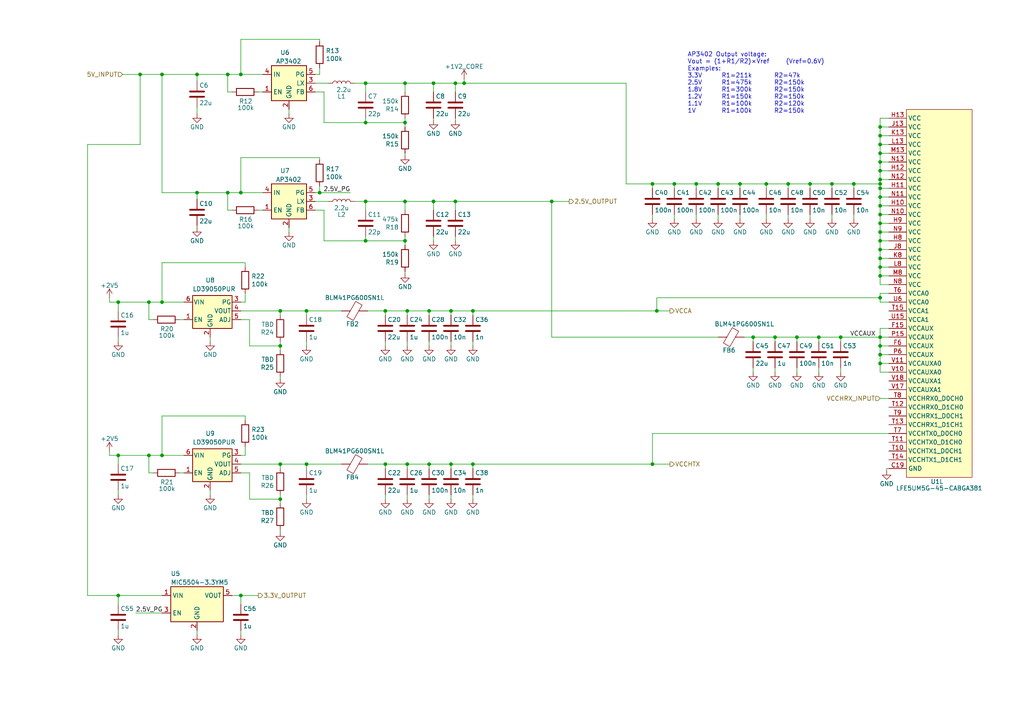
<source format=kicad_sch>
(kicad_sch (version 20200618) (host eeschema "(5.99.0-2195-g476558ece)")
  (page 3 5)
  (paper "A4")
  (title_block (title "TDR, FPGA Power") (date "2020-06-30") (rev "A") (company "Radovan Blažek") (comment 3 "In preparation") (comment 4 "EN"))
  (junction (at 34.29 87.63))
  (junction (at 34.29 132.08))
  (junction (at 34.29 172.72))
  (junction (at 40.64 21.59))
  (junction (at 43.18 87.63))
  (junction (at 43.18 132.08))
  (junction (at 46.99 21.59))
  (junction (at 46.99 87.63))
  (junction (at 46.99 132.08))
  (junction (at 57.15 21.59))
  (junction (at 57.15 55.88))
  (junction (at 66.04 21.59))
  (junction (at 66.04 55.88))
  (junction (at 69.85 21.59))
  (junction (at 69.85 55.88))
  (junction (at 69.85 172.72))
  (junction (at 81.28 90.17))
  (junction (at 81.28 100.33))
  (junction (at 81.28 134.62))
  (junction (at 81.28 144.78))
  (junction (at 88.9 90.17))
  (junction (at 88.9 134.62))
  (junction (at 92.71 55.88))
  (junction (at 106.045 24.13))
  (junction (at 106.045 35.56))
  (junction (at 106.045 58.42))
  (junction (at 106.045 69.85))
  (junction (at 111.76 90.17))
  (junction (at 111.76 134.62))
  (junction (at 117.475 24.13))
  (junction (at 117.475 35.56))
  (junction (at 117.475 58.42))
  (junction (at 117.475 69.85))
  (junction (at 118.11 90.17))
  (junction (at 118.11 134.62))
  (junction (at 124.46 90.17))
  (junction (at 124.46 134.62))
  (junction (at 125.73 24.13))
  (junction (at 125.73 58.42))
  (junction (at 130.81 90.17))
  (junction (at 130.81 134.62))
  (junction (at 132.08 24.13))
  (junction (at 132.08 58.42))
  (junction (at 134.62 24.13))
  (junction (at 137.16 90.17))
  (junction (at 137.16 134.62))
  (junction (at 160.02 58.42))
  (junction (at 189.23 53.34))
  (junction (at 189.23 134.62))
  (junction (at 190.5 90.17))
  (junction (at 195.58 53.34))
  (junction (at 201.93 53.34))
  (junction (at 208.28 53.34))
  (junction (at 214.63 53.34))
  (junction (at 218.44 97.79))
  (junction (at 222.25 53.34))
  (junction (at 224.79 97.79))
  (junction (at 228.6 53.34))
  (junction (at 231.14 97.79))
  (junction (at 234.95 53.34))
  (junction (at 237.49 97.79))
  (junction (at 241.3 53.34))
  (junction (at 243.84 97.79))
  (junction (at 247.65 53.34))
  (junction (at 255.27 36.83))
  (junction (at 255.27 39.37))
  (junction (at 255.27 41.91))
  (junction (at 255.27 44.45))
  (junction (at 255.27 46.99))
  (junction (at 255.27 49.53))
  (junction (at 255.27 52.07))
  (junction (at 255.27 53.34))
  (junction (at 255.27 54.61))
  (junction (at 255.27 57.15))
  (junction (at 255.27 59.69))
  (junction (at 255.27 62.23))
  (junction (at 255.27 64.77))
  (junction (at 255.27 67.31))
  (junction (at 255.27 69.85))
  (junction (at 255.27 72.39))
  (junction (at 255.27 74.93))
  (junction (at 255.27 77.47))
  (junction (at 255.27 80.01))
  (junction (at 255.27 86.36))
  (junction (at 255.27 97.79))
  (junction (at 255.27 100.33))
  (junction (at 255.27 102.87))
  (junction (at 255.27 105.41))
  (wire (pts (xy 25.4 41.91) (xy 25.4 172.72)))
  (wire (pts (xy 25.4 172.72) (xy 34.29 172.72)))
  (wire (pts (xy 31.75 86.36) (xy 31.75 87.63)))
  (wire (pts (xy 31.75 87.63) (xy 34.29 87.63)))
  (wire (pts (xy 31.75 130.81) (xy 31.75 132.08)))
  (wire (pts (xy 31.75 132.08) (xy 34.29 132.08)))
  (wire (pts (xy 34.29 87.63) (xy 43.18 87.63)))
  (wire (pts (xy 34.29 90.17) (xy 34.29 87.63)))
  (wire (pts (xy 34.29 97.79) (xy 34.29 99.06)))
  (wire (pts (xy 34.29 132.08) (xy 43.18 132.08)))
  (wire (pts (xy 34.29 134.62) (xy 34.29 132.08)))
  (wire (pts (xy 34.29 142.24) (xy 34.29 143.51)))
  (wire (pts (xy 34.29 172.72) (xy 46.99 172.72)))
  (wire (pts (xy 34.29 175.26) (xy 34.29 172.72)))
  (wire (pts (xy 34.29 182.88) (xy 34.29 184.15)))
  (wire (pts (xy 35.56 21.59) (xy 40.64 21.59)))
  (wire (pts (xy 39.37 177.8) (xy 46.99 177.8)))
  (wire (pts (xy 40.64 21.59) (xy 40.64 41.91)))
  (wire (pts (xy 40.64 21.59) (xy 46.99 21.59)))
  (wire (pts (xy 40.64 41.91) (xy 25.4 41.91)))
  (wire (pts (xy 43.18 87.63) (xy 46.99 87.63)))
  (wire (pts (xy 43.18 92.71) (xy 43.18 87.63)))
  (wire (pts (xy 43.18 132.08) (xy 46.99 132.08)))
  (wire (pts (xy 43.18 137.16) (xy 43.18 132.08)))
  (wire (pts (xy 44.45 92.71) (xy 43.18 92.71)))
  (wire (pts (xy 44.45 137.16) (xy 43.18 137.16)))
  (wire (pts (xy 46.99 21.59) (xy 46.99 55.88)))
  (wire (pts (xy 46.99 21.59) (xy 57.15 21.59)))
  (wire (pts (xy 46.99 55.88) (xy 57.15 55.88)))
  (wire (pts (xy 46.99 76.2) (xy 46.99 87.63)))
  (wire (pts (xy 46.99 87.63) (xy 53.34 87.63)))
  (wire (pts (xy 46.99 120.65) (xy 46.99 132.08)))
  (wire (pts (xy 46.99 132.08) (xy 53.34 132.08)))
  (wire (pts (xy 52.07 92.71) (xy 53.34 92.71)))
  (wire (pts (xy 52.07 137.16) (xy 53.34 137.16)))
  (wire (pts (xy 57.15 21.59) (xy 66.04 21.59)))
  (wire (pts (xy 57.15 23.495) (xy 57.15 21.59)))
  (wire (pts (xy 57.15 31.115) (xy 57.15 33.02)))
  (wire (pts (xy 57.15 55.88) (xy 66.04 55.88)))
  (wire (pts (xy 57.15 57.785) (xy 57.15 55.88)))
  (wire (pts (xy 57.15 65.405) (xy 57.15 66.04)))
  (wire (pts (xy 57.15 182.88) (xy 57.15 184.15)))
  (wire (pts (xy 60.96 97.79) (xy 60.96 99.06)))
  (wire (pts (xy 60.96 142.24) (xy 60.96 143.51)))
  (wire (pts (xy 66.04 21.59) (xy 69.85 21.59)))
  (wire (pts (xy 66.04 26.67) (xy 66.04 21.59)))
  (wire (pts (xy 66.04 55.88) (xy 69.85 55.88)))
  (wire (pts (xy 66.04 60.96) (xy 66.04 55.88)))
  (wire (pts (xy 67.31 26.67) (xy 66.04 26.67)))
  (wire (pts (xy 67.31 60.96) (xy 66.04 60.96)))
  (wire (pts (xy 67.31 172.72) (xy 69.85 172.72)))
  (wire (pts (xy 69.85 11.43) (xy 69.85 21.59)))
  (wire (pts (xy 69.85 21.59) (xy 76.2 21.59)))
  (wire (pts (xy 69.85 45.72) (xy 69.85 55.88)))
  (wire (pts (xy 69.85 55.88) (xy 76.2 55.88)))
  (wire (pts (xy 69.85 87.63) (xy 71.12 87.63)))
  (wire (pts (xy 69.85 90.17) (xy 81.28 90.17)))
  (wire (pts (xy 69.85 132.08) (xy 71.12 132.08)))
  (wire (pts (xy 69.85 134.62) (xy 81.28 134.62)))
  (wire (pts (xy 69.85 172.72) (xy 69.85 175.26)))
  (wire (pts (xy 69.85 172.72) (xy 74.93 172.72)))
  (wire (pts (xy 69.85 182.88) (xy 69.85 184.15)))
  (wire (pts (xy 71.12 76.2) (xy 46.99 76.2)))
  (wire (pts (xy 71.12 77.47) (xy 71.12 76.2)))
  (wire (pts (xy 71.12 87.63) (xy 71.12 85.09)))
  (wire (pts (xy 71.12 120.65) (xy 46.99 120.65)))
  (wire (pts (xy 71.12 121.92) (xy 71.12 120.65)))
  (wire (pts (xy 71.12 132.08) (xy 71.12 129.54)))
  (wire (pts (xy 72.39 92.71) (xy 69.85 92.71)))
  (wire (pts (xy 72.39 100.33) (xy 72.39 92.71)))
  (wire (pts (xy 72.39 100.33) (xy 81.28 100.33)))
  (wire (pts (xy 72.39 137.16) (xy 69.85 137.16)))
  (wire (pts (xy 72.39 144.78) (xy 72.39 137.16)))
  (wire (pts (xy 72.39 144.78) (xy 81.28 144.78)))
  (wire (pts (xy 74.93 26.67) (xy 76.2 26.67)))
  (wire (pts (xy 74.93 60.96) (xy 76.2 60.96)))
  (wire (pts (xy 81.28 90.17) (xy 81.28 91.44)))
  (wire (pts (xy 81.28 90.17) (xy 88.9 90.17)))
  (wire (pts (xy 81.28 99.06) (xy 81.28 100.33)))
  (wire (pts (xy 81.28 100.33) (xy 81.28 101.6)))
  (wire (pts (xy 81.28 109.22) (xy 81.28 109.855)))
  (wire (pts (xy 81.28 134.62) (xy 81.28 135.89)))
  (wire (pts (xy 81.28 134.62) (xy 88.9 134.62)))
  (wire (pts (xy 81.28 143.51) (xy 81.28 144.78)))
  (wire (pts (xy 81.28 144.78) (xy 81.28 146.05)))
  (wire (pts (xy 81.28 153.67) (xy 81.28 154.305)))
  (wire (pts (xy 83.82 31.75) (xy 83.82 33.02)))
  (wire (pts (xy 83.82 66.04) (xy 83.82 67.31)))
  (wire (pts (xy 88.9 90.17) (xy 88.9 91.44)))
  (wire (pts (xy 88.9 90.17) (xy 99.06 90.17)))
  (wire (pts (xy 88.9 99.06) (xy 88.9 100.33)))
  (wire (pts (xy 88.9 134.62) (xy 88.9 135.89)))
  (wire (pts (xy 88.9 134.62) (xy 99.06 134.62)))
  (wire (pts (xy 88.9 143.51) (xy 88.9 144.78)))
  (wire (pts (xy 91.44 21.59) (xy 92.71 21.59)))
  (wire (pts (xy 91.44 24.13) (xy 95.25 24.13)))
  (wire (pts (xy 91.44 26.67) (xy 93.98 26.67)))
  (wire (pts (xy 91.44 55.88) (xy 92.71 55.88)))
  (wire (pts (xy 91.44 58.42) (xy 95.25 58.42)))
  (wire (pts (xy 91.44 60.96) (xy 93.98 60.96)))
  (wire (pts (xy 92.71 11.43) (xy 69.85 11.43)))
  (wire (pts (xy 92.71 12.065) (xy 92.71 11.43)))
  (wire (pts (xy 92.71 21.59) (xy 92.71 19.685)))
  (wire (pts (xy 92.71 45.72) (xy 69.85 45.72)))
  (wire (pts (xy 92.71 46.355) (xy 92.71 45.72)))
  (wire (pts (xy 92.71 55.88) (xy 92.71 53.975)))
  (wire (pts (xy 92.71 55.88) (xy 101.6 55.88)))
  (wire (pts (xy 93.98 26.67) (xy 93.98 35.56)))
  (wire (pts (xy 93.98 60.96) (xy 93.98 69.85)))
  (wire (pts (xy 102.87 24.13) (xy 106.045 24.13)))
  (wire (pts (xy 102.87 58.42) (xy 106.045 58.42)))
  (wire (pts (xy 106.045 24.13) (xy 106.045 26.67)))
  (wire (pts (xy 106.045 24.13) (xy 117.475 24.13)))
  (wire (pts (xy 106.045 35.56) (xy 93.98 35.56)))
  (wire (pts (xy 106.045 35.56) (xy 106.045 34.29)))
  (wire (pts (xy 106.045 58.42) (xy 106.045 60.96)))
  (wire (pts (xy 106.045 58.42) (xy 117.475 58.42)))
  (wire (pts (xy 106.045 69.85) (xy 93.98 69.85)))
  (wire (pts (xy 106.045 69.85) (xy 106.045 68.58)))
  (wire (pts (xy 106.68 90.17) (xy 111.76 90.17)))
  (wire (pts (xy 106.68 134.62) (xy 111.76 134.62)))
  (wire (pts (xy 111.76 90.17) (xy 111.76 91.44)))
  (wire (pts (xy 111.76 90.17) (xy 118.11 90.17)))
  (wire (pts (xy 111.76 99.06) (xy 111.76 100.33)))
  (wire (pts (xy 111.76 134.62) (xy 111.76 135.89)))
  (wire (pts (xy 111.76 134.62) (xy 118.11 134.62)))
  (wire (pts (xy 111.76 143.51) (xy 111.76 144.78)))
  (wire (pts (xy 117.475 24.13) (xy 117.475 26.67)))
  (wire (pts (xy 117.475 24.13) (xy 125.73 24.13)))
  (wire (pts (xy 117.475 34.29) (xy 117.475 35.56)))
  (wire (pts (xy 117.475 35.56) (xy 106.045 35.56)))
  (wire (pts (xy 117.475 35.56) (xy 117.475 36.83)))
  (wire (pts (xy 117.475 44.45) (xy 117.475 45.085)))
  (wire (pts (xy 117.475 58.42) (xy 117.475 60.96)))
  (wire (pts (xy 117.475 58.42) (xy 125.73 58.42)))
  (wire (pts (xy 117.475 68.58) (xy 117.475 69.85)))
  (wire (pts (xy 117.475 69.85) (xy 106.045 69.85)))
  (wire (pts (xy 117.475 69.85) (xy 117.475 71.12)))
  (wire (pts (xy 117.475 78.74) (xy 117.475 79.375)))
  (wire (pts (xy 118.11 90.17) (xy 118.11 91.44)))
  (wire (pts (xy 118.11 90.17) (xy 124.46 90.17)))
  (wire (pts (xy 118.11 99.06) (xy 118.11 100.33)))
  (wire (pts (xy 118.11 134.62) (xy 118.11 135.89)))
  (wire (pts (xy 118.11 134.62) (xy 124.46 134.62)))
  (wire (pts (xy 118.11 143.51) (xy 118.11 144.78)))
  (wire (pts (xy 124.46 90.17) (xy 124.46 91.44)))
  (wire (pts (xy 124.46 90.17) (xy 130.81 90.17)))
  (wire (pts (xy 124.46 99.06) (xy 124.46 100.33)))
  (wire (pts (xy 124.46 134.62) (xy 124.46 135.89)))
  (wire (pts (xy 124.46 134.62) (xy 130.81 134.62)))
  (wire (pts (xy 124.46 143.51) (xy 124.46 144.78)))
  (wire (pts (xy 125.73 24.13) (xy 125.73 26.67)))
  (wire (pts (xy 125.73 24.13) (xy 132.08 24.13)))
  (wire (pts (xy 125.73 34.29) (xy 125.73 34.925)))
  (wire (pts (xy 125.73 58.42) (xy 125.73 60.96)))
  (wire (pts (xy 125.73 58.42) (xy 132.08 58.42)))
  (wire (pts (xy 125.73 68.58) (xy 125.73 69.85)))
  (wire (pts (xy 130.81 90.17) (xy 130.81 91.44)))
  (wire (pts (xy 130.81 90.17) (xy 137.16 90.17)))
  (wire (pts (xy 130.81 99.06) (xy 130.81 100.33)))
  (wire (pts (xy 130.81 134.62) (xy 130.81 135.89)))
  (wire (pts (xy 130.81 134.62) (xy 137.16 134.62)))
  (wire (pts (xy 130.81 143.51) (xy 130.81 144.78)))
  (wire (pts (xy 132.08 24.13) (xy 132.08 26.67)))
  (wire (pts (xy 132.08 24.13) (xy 134.62 24.13)))
  (wire (pts (xy 132.08 34.29) (xy 132.08 34.925)))
  (wire (pts (xy 132.08 58.42) (xy 132.08 60.96)))
  (wire (pts (xy 132.08 58.42) (xy 160.02 58.42)))
  (wire (pts (xy 132.08 68.58) (xy 132.08 69.85)))
  (wire (pts (xy 134.62 22.86) (xy 134.62 24.13)))
  (wire (pts (xy 134.62 24.13) (xy 181.61 24.13)))
  (wire (pts (xy 137.16 90.17) (xy 137.16 91.44)))
  (wire (pts (xy 137.16 90.17) (xy 190.5 90.17)))
  (wire (pts (xy 137.16 99.06) (xy 137.16 100.33)))
  (wire (pts (xy 137.16 134.62) (xy 137.16 135.89)))
  (wire (pts (xy 137.16 134.62) (xy 189.23 134.62)))
  (wire (pts (xy 137.16 143.51) (xy 137.16 144.78)))
  (wire (pts (xy 160.02 58.42) (xy 160.02 97.79)))
  (wire (pts (xy 160.02 58.42) (xy 165.1 58.42)))
  (wire (pts (xy 160.02 97.79) (xy 208.28 97.79)))
  (wire (pts (xy 181.61 24.13) (xy 181.61 53.34)))
  (wire (pts (xy 181.61 53.34) (xy 189.23 53.34)))
  (wire (pts (xy 189.23 53.34) (xy 189.23 54.61)))
  (wire (pts (xy 189.23 53.34) (xy 195.58 53.34)))
  (wire (pts (xy 189.23 62.23) (xy 189.23 63.5)))
  (wire (pts (xy 189.23 125.73) (xy 189.23 134.62)))
  (wire (pts (xy 189.23 125.73) (xy 257.81 125.73)))
  (wire (pts (xy 189.23 134.62) (xy 194.31 134.62)))
  (wire (pts (xy 190.5 86.36) (xy 255.27 86.36)))
  (wire (pts (xy 190.5 90.17) (xy 190.5 86.36)))
  (wire (pts (xy 190.5 90.17) (xy 194.31 90.17)))
  (wire (pts (xy 195.58 53.34) (xy 195.58 54.61)))
  (wire (pts (xy 195.58 53.34) (xy 201.93 53.34)))
  (wire (pts (xy 195.58 62.23) (xy 195.58 63.5)))
  (wire (pts (xy 201.93 53.34) (xy 201.93 54.61)))
  (wire (pts (xy 201.93 53.34) (xy 208.28 53.34)))
  (wire (pts (xy 201.93 62.23) (xy 201.93 63.5)))
  (wire (pts (xy 208.28 53.34) (xy 208.28 54.61)))
  (wire (pts (xy 208.28 53.34) (xy 214.63 53.34)))
  (wire (pts (xy 208.28 62.23) (xy 208.28 63.5)))
  (wire (pts (xy 214.63 53.34) (xy 214.63 54.61)))
  (wire (pts (xy 214.63 53.34) (xy 222.25 53.34)))
  (wire (pts (xy 214.63 62.23) (xy 214.63 63.5)))
  (wire (pts (xy 215.9 97.79) (xy 218.44 97.79)))
  (wire (pts (xy 218.44 97.79) (xy 218.44 99.06)))
  (wire (pts (xy 218.44 97.79) (xy 224.79 97.79)))
  (wire (pts (xy 218.44 106.68) (xy 218.44 107.95)))
  (wire (pts (xy 222.25 53.34) (xy 222.25 54.61)))
  (wire (pts (xy 222.25 53.34) (xy 228.6 53.34)))
  (wire (pts (xy 222.25 62.23) (xy 222.25 63.5)))
  (wire (pts (xy 224.79 97.79) (xy 224.79 99.06)))
  (wire (pts (xy 224.79 97.79) (xy 231.14 97.79)))
  (wire (pts (xy 224.79 106.68) (xy 224.79 107.95)))
  (wire (pts (xy 228.6 53.34) (xy 228.6 54.61)))
  (wire (pts (xy 228.6 53.34) (xy 234.95 53.34)))
  (wire (pts (xy 228.6 62.23) (xy 228.6 63.5)))
  (wire (pts (xy 231.14 97.79) (xy 231.14 99.06)))
  (wire (pts (xy 231.14 97.79) (xy 237.49 97.79)))
  (wire (pts (xy 231.14 106.68) (xy 231.14 107.95)))
  (wire (pts (xy 234.95 53.34) (xy 234.95 54.61)))
  (wire (pts (xy 234.95 53.34) (xy 241.3 53.34)))
  (wire (pts (xy 234.95 62.23) (xy 234.95 63.5)))
  (wire (pts (xy 237.49 97.79) (xy 237.49 99.06)))
  (wire (pts (xy 237.49 97.79) (xy 243.84 97.79)))
  (wire (pts (xy 237.49 106.68) (xy 237.49 107.95)))
  (wire (pts (xy 241.3 53.34) (xy 241.3 54.61)))
  (wire (pts (xy 241.3 53.34) (xy 247.65 53.34)))
  (wire (pts (xy 241.3 62.23) (xy 241.3 63.5)))
  (wire (pts (xy 243.84 97.79) (xy 243.84 99.06)))
  (wire (pts (xy 243.84 97.79) (xy 255.27 97.79)))
  (wire (pts (xy 243.84 106.68) (xy 243.84 107.95)))
  (wire (pts (xy 247.65 53.34) (xy 247.65 54.61)))
  (wire (pts (xy 247.65 53.34) (xy 255.27 53.34)))
  (wire (pts (xy 247.65 62.23) (xy 247.65 63.5)))
  (wire (pts (xy 255.27 34.29) (xy 255.27 36.83)))
  (wire (pts (xy 255.27 34.29) (xy 257.81 34.29)))
  (wire (pts (xy 255.27 36.83) (xy 255.27 39.37)))
  (wire (pts (xy 255.27 36.83) (xy 257.81 36.83)))
  (wire (pts (xy 255.27 39.37) (xy 255.27 41.91)))
  (wire (pts (xy 255.27 39.37) (xy 257.81 39.37)))
  (wire (pts (xy 255.27 41.91) (xy 255.27 44.45)))
  (wire (pts (xy 255.27 41.91) (xy 257.81 41.91)))
  (wire (pts (xy 255.27 44.45) (xy 255.27 46.99)))
  (wire (pts (xy 255.27 44.45) (xy 257.81 44.45)))
  (wire (pts (xy 255.27 46.99) (xy 255.27 49.53)))
  (wire (pts (xy 255.27 46.99) (xy 257.81 46.99)))
  (wire (pts (xy 255.27 49.53) (xy 255.27 52.07)))
  (wire (pts (xy 255.27 49.53) (xy 257.81 49.53)))
  (wire (pts (xy 255.27 52.07) (xy 255.27 53.34)))
  (wire (pts (xy 255.27 52.07) (xy 257.81 52.07)))
  (wire (pts (xy 255.27 53.34) (xy 255.27 54.61)))
  (wire (pts (xy 255.27 54.61) (xy 255.27 57.15)))
  (wire (pts (xy 255.27 54.61) (xy 257.81 54.61)))
  (wire (pts (xy 255.27 57.15) (xy 255.27 59.69)))
  (wire (pts (xy 255.27 57.15) (xy 257.81 57.15)))
  (wire (pts (xy 255.27 59.69) (xy 255.27 62.23)))
  (wire (pts (xy 255.27 59.69) (xy 257.81 59.69)))
  (wire (pts (xy 255.27 62.23) (xy 255.27 64.77)))
  (wire (pts (xy 255.27 62.23) (xy 257.81 62.23)))
  (wire (pts (xy 255.27 64.77) (xy 255.27 67.31)))
  (wire (pts (xy 255.27 64.77) (xy 257.81 64.77)))
  (wire (pts (xy 255.27 67.31) (xy 255.27 69.85)))
  (wire (pts (xy 255.27 67.31) (xy 257.81 67.31)))
  (wire (pts (xy 255.27 69.85) (xy 255.27 72.39)))
  (wire (pts (xy 255.27 69.85) (xy 257.81 69.85)))
  (wire (pts (xy 255.27 72.39) (xy 255.27 74.93)))
  (wire (pts (xy 255.27 72.39) (xy 257.81 72.39)))
  (wire (pts (xy 255.27 74.93) (xy 255.27 77.47)))
  (wire (pts (xy 255.27 74.93) (xy 257.81 74.93)))
  (wire (pts (xy 255.27 77.47) (xy 255.27 80.01)))
  (wire (pts (xy 255.27 77.47) (xy 257.81 77.47)))
  (wire (pts (xy 255.27 80.01) (xy 255.27 82.55)))
  (wire (pts (xy 255.27 80.01) (xy 257.81 80.01)))
  (wire (pts (xy 255.27 82.55) (xy 257.81 82.55)))
  (wire (pts (xy 255.27 85.09) (xy 255.27 86.36)))
  (wire (pts (xy 255.27 86.36) (xy 255.27 87.63)))
  (wire (pts (xy 255.27 87.63) (xy 257.81 87.63)))
  (wire (pts (xy 255.27 95.25) (xy 255.27 97.79)))
  (wire (pts (xy 255.27 97.79) (xy 255.27 100.33)))
  (wire (pts (xy 255.27 97.79) (xy 257.81 97.79)))
  (wire (pts (xy 255.27 100.33) (xy 255.27 102.87)))
  (wire (pts (xy 255.27 100.33) (xy 257.81 100.33)))
  (wire (pts (xy 255.27 102.87) (xy 255.27 105.41)))
  (wire (pts (xy 255.27 102.87) (xy 257.81 102.87)))
  (wire (pts (xy 255.27 105.41) (xy 255.27 107.95)))
  (wire (pts (xy 255.27 105.41) (xy 257.81 105.41)))
  (wire (pts (xy 255.27 107.95) (xy 257.81 107.95)))
  (wire (pts (xy 255.27 115.57) (xy 257.81 115.57)))
  (wire (pts (xy 257.175 135.89) (xy 257.175 136.525)))
  (wire (pts (xy 257.81 85.09) (xy 255.27 85.09)))
  (wire (pts (xy 257.81 95.25) (xy 255.27 95.25)))
  (wire (pts (xy 257.81 135.89) (xy 257.175 135.89)))
  (text "AP3402 Output voltage:\nVout = (1+R1/R2)×Vref     (Vref=0.6V)\nExamples:\n3.3V	R1=211k 	R2=47k\n2.5V	R1=475k		R2=150k\n1.8V	R1=300k 	R2=150k\n1.2V	R1=150k 	R2=150k\n1.1V	R1=100k		R2=120k\n1V		R1=100k 	R2=150k" (at 199.39 33.02 0) (effects (font (size 1.27 1.27)) (justify left bottom)))
  (label "2.5V_PG" (at 39.37 177.8 0))
  (label "2.5V_PG" (at 101.6 55.88 180))
  (label "VCCAUX" (at 254 97.79 180))
  (hierarchical_label "5V_INPUT" (shape input) (at 35.56 21.59 180))
  (hierarchical_label "3.3V_OUTPUT" (shape output) (at 74.93 172.72 0))
  (hierarchical_label "2.5V_OUTPUT" (shape output) (at 165.1 58.42 0))
  (hierarchical_label "VCCA" (shape output) (at 194.31 90.17 0))
  (hierarchical_label "VCCHTX" (shape output) (at 194.31 134.62 0))
  (hierarchical_label "VCCHRX_INPUT" (shape input) (at 255.27 115.57 180))
  (symbol (lib_id "power:+2V5") (at 31.75 86.36 0) (unit 1)
    (property "Reference" "#PWR0185" (effects hide))
    (property "Value" "+2V5" (at 31.75 82.804 0))
  )
  (symbol (lib_id "power:+2V5") (at 31.75 130.81 0) (unit 1)
    (property "Reference" "#PWR0135" (effects hide))
    (property "Value" "+2V5" (at 31.75 127.254 0))
  )
  (symbol (lib_id "Moje:+1V2_CORE") (at 134.62 22.86 0) (unit 1)
    (property "Reference" "#PWR0187" (effects hide))
    (property "Value" "+1V2_CORE" (at 134.62 19.304 0))
  )
  (symbol (lib_id "Device:L") (at 99.06 24.13 90) (unit 1)
    (property "Reference" "L1" (at 99.06 27.94 90))
    (property "Value" "2.2u" (at 99.695 26.035 90))
    (property "Footprint" "Moje:L_Ferrocore_HPI0530" (effects hide))
  )
  (symbol (lib_id "Device:L") (at 99.06 58.42 90) (unit 1)
    (property "Reference" "L2" (at 99.06 62.23 90))
    (property "Value" "2.2u" (at 99.06 60.325 90))
    (property "Footprint" "Moje:L_Ferrocore_HPI0530" (effects hide))
  )
  (symbol (lib_id "power:GND") (at 34.29 99.06 0) (unit 1)
    (property "Reference" "#PWR0152" (effects hide))
    (property "Value" "GND" (at 34.29 102.87 0))
  )
  (symbol (lib_id "power:GND") (at 34.29 143.51 0) (unit 1)
    (property "Reference" "#PWR0138" (effects hide))
    (property "Value" "GND" (at 34.29 147.32 0))
  )
  (symbol (lib_id "power:GND") (at 34.29 184.15 0) (unit 1)
    (property "Reference" "#PWR0175" (effects hide))
    (property "Value" "GND" (at 34.29 187.96 0))
  )
  (symbol (lib_id "power:GND") (at 57.15 33.02 0) (unit 1)
    (property "Reference" "#PWR0106" (effects hide))
    (property "Value" "GND" (at 57.15 36.83 0))
  )
  (symbol (lib_id "power:GND") (at 57.15 66.04 0) (unit 1)
    (property "Reference" "#PWR0113" (effects hide))
    (property "Value" "GND" (at 57.15 69.85 0))
  )
  (symbol (lib_id "power:GND") (at 57.15 184.15 0) (unit 1)
    (property "Reference" "#PWR0176" (effects hide))
    (property "Value" "GND" (at 57.15 187.96 0))
  )
  (symbol (lib_id "power:GND") (at 60.96 99.06 0) (unit 1)
    (property "Reference" "#PWR0151" (effects hide))
    (property "Value" "GND" (at 60.96 102.87 0))
  )
  (symbol (lib_id "power:GND") (at 60.96 143.51 0) (unit 1)
    (property "Reference" "#PWR0137" (effects hide))
    (property "Value" "GND" (at 60.96 147.32 0))
  )
  (symbol (lib_id "power:GND") (at 69.85 184.15 0) (unit 1)
    (property "Reference" "#PWR0174" (effects hide))
    (property "Value" "GND" (at 69.85 187.96 0))
  )
  (symbol (lib_id "power:GND") (at 81.28 109.855 0) (unit 1)
    (property "Reference" "#PWR0153" (effects hide))
    (property "Value" "GND" (at 81.28 113.665 0))
  )
  (symbol (lib_id "power:GND") (at 81.28 154.305 0) (unit 1)
    (property "Reference" "#PWR0136" (effects hide))
    (property "Value" "GND" (at 81.28 158.115 0))
  )
  (symbol (lib_id "power:GND") (at 83.82 33.02 0) (unit 1)
    (property "Reference" "#PWR0104" (effects hide))
    (property "Value" "GND" (at 83.82 36.83 0))
  )
  (symbol (lib_id "power:GND") (at 83.82 67.31 0) (unit 1)
    (property "Reference" "#PWR0114" (effects hide))
    (property "Value" "GND" (at 83.82 71.12 0))
  )
  (symbol (lib_id "power:GND") (at 88.9 100.33 0) (unit 1)
    (property "Reference" "#PWR0154" (effects hide))
    (property "Value" "GND" (at 88.9 104.14 0))
  )
  (symbol (lib_id "power:GND") (at 88.9 144.78 0) (unit 1)
    (property "Reference" "#PWR0148" (effects hide))
    (property "Value" "GND" (at 88.9 148.59 0))
  )
  (symbol (lib_id "power:GND") (at 111.76 100.33 0) (unit 1)
    (property "Reference" "#PWR0173" (effects hide))
    (property "Value" "GND" (at 111.76 104.14 0))
  )
  (symbol (lib_id "power:GND") (at 111.76 144.78 0) (unit 1)
    (property "Reference" "#PWR0110" (effects hide))
    (property "Value" "GND" (at 111.76 148.59 0))
  )
  (symbol (lib_id "power:GND") (at 117.475 45.085 0) (unit 1)
    (property "Reference" "#PWR0107" (effects hide))
    (property "Value" "GND" (at 117.475 48.895 0))
  )
  (symbol (lib_id "power:GND") (at 117.475 79.375 0) (unit 1)
    (property "Reference" "#PWR0112" (effects hide))
    (property "Value" "GND" (at 117.475 83.185 0))
  )
  (symbol (lib_id "power:GND") (at 118.11 100.33 0) (unit 1)
    (property "Reference" "#PWR0172" (effects hide))
    (property "Value" "GND" (at 118.11 104.14 0))
  )
  (symbol (lib_id "power:GND") (at 118.11 144.78 0) (unit 1)
    (property "Reference" "#PWR0111" (effects hide))
    (property "Value" "GND" (at 118.11 148.59 0))
  )
  (symbol (lib_id "power:GND") (at 124.46 100.33 0) (unit 1)
    (property "Reference" "#PWR0157" (effects hide))
    (property "Value" "GND" (at 124.46 104.14 0))
  )
  (symbol (lib_id "power:GND") (at 124.46 144.78 0) (unit 1)
    (property "Reference" "#PWR0149" (effects hide))
    (property "Value" "GND" (at 124.46 148.59 0))
  )
  (symbol (lib_id "power:GND") (at 125.73 34.925 0) (unit 1)
    (property "Reference" "#PWR0108" (effects hide))
    (property "Value" "GND" (at 125.73 38.735 0))
  )
  (symbol (lib_id "power:GND") (at 125.73 69.85 0) (unit 1)
    (property "Reference" "#PWR0134" (effects hide))
    (property "Value" "GND" (at 125.73 73.66 0))
  )
  (symbol (lib_id "power:GND") (at 130.81 100.33 0) (unit 1)
    (property "Reference" "#PWR0155" (effects hide))
    (property "Value" "GND" (at 130.81 104.14 0))
  )
  (symbol (lib_id "power:GND") (at 130.81 144.78 0) (unit 1)
    (property "Reference" "#PWR0150" (effects hide))
    (property "Value" "GND" (at 130.81 148.59 0))
  )
  (symbol (lib_id "power:GND") (at 132.08 34.925 0) (unit 1)
    (property "Reference" "#PWR0109" (effects hide))
    (property "Value" "GND" (at 132.08 38.735 0))
  )
  (symbol (lib_id "power:GND") (at 132.08 69.85 0) (unit 1)
    (property "Reference" "#PWR0133" (effects hide))
    (property "Value" "GND" (at 132.08 73.66 0))
  )
  (symbol (lib_id "power:GND") (at 137.16 100.33 0) (unit 1)
    (property "Reference" "#PWR0160" (effects hide))
    (property "Value" "GND" (at 137.16 104.14 0))
  )
  (symbol (lib_id "power:GND") (at 137.16 144.78 0) (unit 1)
    (property "Reference" "#PWR0142" (effects hide))
    (property "Value" "GND" (at 137.16 148.59 0))
  )
  (symbol (lib_id "power:GND") (at 189.23 63.5 0) (unit 1)
    (property "Reference" "#PWR0132" (effects hide))
    (property "Value" "GND" (at 189.23 67.31 0))
  )
  (symbol (lib_id "power:GND") (at 195.58 63.5 0) (unit 1)
    (property "Reference" "#PWR0129" (effects hide))
    (property "Value" "GND" (at 195.58 67.31 0))
  )
  (symbol (lib_id "power:GND") (at 201.93 63.5 0) (unit 1)
    (property "Reference" "#PWR0130" (effects hide))
    (property "Value" "GND" (at 201.93 67.31 0))
  )
  (symbol (lib_id "power:GND") (at 208.28 63.5 0) (unit 1)
    (property "Reference" "#PWR0128" (effects hide))
    (property "Value" "GND" (at 208.28 67.31 0))
  )
  (symbol (lib_id "power:GND") (at 214.63 63.5 0) (unit 1)
    (property "Reference" "#PWR0131" (effects hide))
    (property "Value" "GND" (at 214.63 67.31 0))
  )
  (symbol (lib_id "power:GND") (at 218.44 107.95 0) (unit 1)
    (property "Reference" "#PWR0119" (effects hide))
    (property "Value" "GND" (at 218.44 111.76 0))
  )
  (symbol (lib_id "power:GND") (at 222.25 63.5 0) (unit 1)
    (property "Reference" "#PWR0124" (effects hide))
    (property "Value" "GND" (at 222.25 67.31 0))
  )
  (symbol (lib_id "power:GND") (at 224.79 107.95 0) (unit 1)
    (property "Reference" "#PWR0118" (effects hide))
    (property "Value" "GND" (at 224.79 111.76 0))
  )
  (symbol (lib_id "power:GND") (at 228.6 63.5 0) (unit 1)
    (property "Reference" "#PWR0127" (effects hide))
    (property "Value" "GND" (at 228.6 67.31 0))
  )
  (symbol (lib_id "power:GND") (at 231.14 107.95 0) (unit 1)
    (property "Reference" "#PWR0121" (effects hide))
    (property "Value" "GND" (at 231.14 111.76 0))
  )
  (symbol (lib_id "power:GND") (at 234.95 63.5 0) (unit 1)
    (property "Reference" "#PWR0126" (effects hide))
    (property "Value" "GND" (at 234.95 67.31 0))
  )
  (symbol (lib_id "power:GND") (at 237.49 107.95 0) (unit 1)
    (property "Reference" "#PWR0122" (effects hide))
    (property "Value" "GND" (at 237.49 111.76 0))
  )
  (symbol (lib_id "power:GND") (at 241.3 63.5 0) (unit 1)
    (property "Reference" "#PWR0125" (effects hide))
    (property "Value" "GND" (at 241.3 67.31 0))
  )
  (symbol (lib_id "power:GND") (at 243.84 107.95 0) (unit 1)
    (property "Reference" "#PWR0120" (effects hide))
    (property "Value" "GND" (at 243.84 111.76 0))
  )
  (symbol (lib_id "power:GND") (at 247.65 63.5 0) (unit 1)
    (property "Reference" "#PWR0123" (effects hide))
    (property "Value" "GND" (at 247.65 67.31 0))
  )
  (symbol (lib_id "power:GND") (at 257.175 136.525 0) (mirror y) (unit 1)
    (property "Reference" "#PWR0105" (effects hide))
    (property "Value" "GND" (at 257.175 140.335 0))
  )
  (symbol (lib_id "Device:R") (at 48.26 92.71 90) (unit 1)
    (property "Reference" "R20" (at 48.4124 95.4024 90))
    (property "Value" "100k" (at 48.4124 97.3074 90))
    (property "Footprint" "Resistor_SMD:R_0805_2012Metric" (effects hide))
  )
  (symbol (lib_id "Device:R") (at 48.26 137.16 90) (unit 1)
    (property "Reference" "R21" (at 48.4124 139.8524 90))
    (property "Value" "100k" (at 48.4124 141.7574 90))
    (property "Footprint" "Resistor_SMD:R_0805_2012Metric" (effects hide))
  )
  (symbol (lib_id "Device:R") (at 71.12 26.67 90) (unit 1)
    (property "Reference" "R12" (at 71.2724 29.3624 90))
    (property "Value" "100k" (at 71.2724 31.2674 90))
    (property "Footprint" "Resistor_SMD:R_0805_2012Metric" (effects hide))
  )
  (symbol (lib_id "Device:R") (at 71.12 60.96 90) (unit 1)
    (property "Reference" "R16" (at 71.2724 63.6524 90))
    (property "Value" "100k" (at 71.2724 65.5574 90))
    (property "Footprint" "Resistor_SMD:R_0805_2012Metric" (effects hide))
  )
  (symbol (lib_id "Device:R") (at 71.12 81.28 0) (mirror x) (unit 1)
    (property "Reference" "R22" (at 72.898 80.137 0) (effects (justify left)))
    (property "Value" "100k" (at 72.898 82.423 0) (effects (justify left)))
    (property "Footprint" "Resistor_SMD:R_0805_2012Metric" (effects hide))
  )
  (symbol (lib_id "Device:R") (at 71.12 125.73 0) (mirror x) (unit 1)
    (property "Reference" "R23" (at 72.898 124.587 0) (effects (justify left)))
    (property "Value" "100k" (at 72.898 126.873 0) (effects (justify left)))
    (property "Footprint" "Resistor_SMD:R_0805_2012Metric" (effects hide))
  )
  (symbol (lib_id "Device:R") (at 81.28 95.25 0) (unit 1)
    (property "Reference" "R24" (at 79.502 96.393 0) (effects (justify right)))
    (property "Value" "TBD" (at 79.502 94.107 0) (effects (justify right)))
    (property "Footprint" "Resistor_SMD:R_0805_2012Metric" (effects hide))
  )
  (symbol (lib_id "Device:R") (at 81.28 105.41 0) (unit 1)
    (property "Reference" "R25" (at 79.502 106.553 0) (effects (justify right)))
    (property "Value" "TBD" (at 79.502 104.267 0) (effects (justify right)))
    (property "Footprint" "Resistor_SMD:R_0805_2012Metric" (effects hide))
  )
  (symbol (lib_id "Device:R") (at 81.28 139.7 0) (unit 1)
    (property "Reference" "R26" (at 79.502 140.843 0) (effects (justify right)))
    (property "Value" "TBD" (at 79.502 138.557 0) (effects (justify right)))
    (property "Footprint" "Resistor_SMD:R_0805_2012Metric" (effects hide))
  )
  (symbol (lib_id "Device:R") (at 81.28 149.86 0) (unit 1)
    (property "Reference" "R27" (at 79.502 151.003 0) (effects (justify right)))
    (property "Value" "TBD" (at 79.502 148.717 0) (effects (justify right)))
    (property "Footprint" "Resistor_SMD:R_0805_2012Metric" (effects hide))
  )
  (symbol (lib_id "Device:R") (at 92.71 15.875 0) (mirror x) (unit 1)
    (property "Reference" "R13" (at 94.488 14.732 0) (effects (justify left)))
    (property "Value" "100k" (at 94.488 17.018 0) (effects (justify left)))
    (property "Footprint" "Resistor_SMD:R_0805_2012Metric" (effects hide))
  )
  (symbol (lib_id "Device:R") (at 92.71 50.165 0) (mirror x) (unit 1)
    (property "Reference" "R17" (at 94.488 49.022 0) (effects (justify left)))
    (property "Value" "100k" (at 94.488 51.308 0) (effects (justify left)))
    (property "Footprint" "Resistor_SMD:R_0805_2012Metric" (effects hide))
  )
  (symbol (lib_id "Device:R") (at 117.475 30.48 0) (unit 1)
    (property "Reference" "R14" (at 115.697 31.623 0) (effects (justify right)))
    (property "Value" "150k" (at 115.697 29.337 0) (effects (justify right)))
    (property "Footprint" "Resistor_SMD:R_0805_2012Metric" (effects hide))
  )
  (symbol (lib_id "Device:R") (at 117.475 40.64 0) (unit 1)
    (property "Reference" "R15" (at 115.697 41.783 0) (effects (justify right)))
    (property "Value" "150k" (at 115.697 39.497 0) (effects (justify right)))
    (property "Footprint" "Resistor_SMD:R_0805_2012Metric" (effects hide))
  )
  (symbol (lib_id "Device:R") (at 117.475 64.77 0) (unit 1)
    (property "Reference" "R18" (at 115.697 65.913 0) (effects (justify right)))
    (property "Value" "475k" (at 115.697 63.627 0) (effects (justify right)))
    (property "Footprint" "Resistor_SMD:R_0805_2012Metric" (effects hide))
  )
  (symbol (lib_id "Device:R") (at 117.475 74.93 0) (unit 1)
    (property "Reference" "R19" (at 115.697 76.073 0) (effects (justify right)))
    (property "Value" "150k" (at 115.697 73.787 0) (effects (justify right)))
    (property "Footprint" "Resistor_SMD:R_0805_2012Metric" (effects hide))
  )
  (symbol (lib_id "Device:C") (at 34.29 93.98 0) (unit 1)
    (property "Reference" "C16" (at 34.925 91.44 0) (effects (justify left)))
    (property "Value" "1u" (at 34.925 96.52 0) (effects (justify left)))
    (property "Footprint" "Capacitor_SMD:C_0805_2012Metric" (effects hide))
  )
  (symbol (lib_id "Device:C") (at 34.29 138.43 0) (unit 1)
    (property "Reference" "C17" (at 34.925 135.89 0) (effects (justify left)))
    (property "Value" "1u" (at 34.925 140.97 0) (effects (justify left)))
    (property "Footprint" "Capacitor_SMD:C_0805_2012Metric" (effects hide))
  )
  (symbol (lib_id "Device:C") (at 34.29 179.07 0) (unit 1)
    (property "Reference" "C55" (at 34.925 176.53 0) (effects (justify left)))
    (property "Value" "1u" (at 34.925 181.61 0) (effects (justify left)))
    (property "Footprint" "Capacitor_SMD:C_0805_2012Metric" (effects hide))
  )
  (symbol (lib_id "Device:C") (at 57.15 27.305 0) (unit 1)
    (property "Reference" "C6" (at 57.785 24.765 0) (effects (justify left)))
    (property "Value" "22u" (at 57.785 29.845 0) (effects (justify left)))
    (property "Footprint" "Capacitor_SMD:C_0805_2012Metric" (effects hide))
  )
  (symbol (lib_id "Device:C") (at 57.15 61.595 0) (unit 1)
    (property "Reference" "C10" (at 57.785 59.055 0) (effects (justify left)))
    (property "Value" "22u" (at 57.785 64.135 0) (effects (justify left)))
    (property "Footprint" "Capacitor_SMD:C_0805_2012Metric" (effects hide))
  )
  (symbol (lib_id "Device:C") (at 69.85 179.07 0) (unit 1)
    (property "Reference" "C56" (at 70.485 176.53 0) (effects (justify left)))
    (property "Value" "1u" (at 70.485 181.61 0) (effects (justify left)))
    (property "Footprint" "Capacitor_SMD:C_0805_2012Metric" (effects hide))
  )
  (symbol (lib_id "Device:C") (at 88.9 95.25 0) (unit 1)
    (property "Reference" "C18" (at 89.535 92.71 0) (effects (justify left)))
    (property "Value" "1u" (at 89.535 97.79 0) (effects (justify left)))
    (property "Footprint" "Capacitor_SMD:C_0805_2012Metric" (effects hide))
  )
  (symbol (lib_id "Device:C") (at 88.9 139.7 0) (unit 1)
    (property "Reference" "C19" (at 89.535 137.16 0) (effects (justify left)))
    (property "Value" "1u" (at 89.535 142.24 0) (effects (justify left)))
    (property "Footprint" "Capacitor_SMD:C_0805_2012Metric" (effects hide))
  )
  (symbol (lib_id "Device:C") (at 106.045 30.48 0) (unit 1)
    (property "Reference" "C7" (at 106.68 27.94 0) (effects (justify left)))
    (property "Value" "22p" (at 106.68 33.02 0) (effects (justify left)))
    (property "Footprint" "Capacitor_SMD:C_0805_2012Metric" (effects hide))
  )
  (symbol (lib_id "Device:C") (at 106.045 64.77 0) (unit 1)
    (property "Reference" "C11" (at 106.68 62.23 0) (effects (justify left)))
    (property "Value" "22p" (at 106.68 67.31 0) (effects (justify left)))
    (property "Footprint" "Capacitor_SMD:C_0805_2012Metric" (effects hide))
  )
  (symbol (lib_id "Device:C") (at 111.76 95.25 0) (unit 1)
    (property "Reference" "C20" (at 112.395 92.71 0) (effects (justify left)))
    (property "Value" "22u" (at 112.395 97.79 0) (effects (justify left)))
    (property "Footprint" "Capacitor_SMD:C_0805_2012Metric" (effects hide))
  )
  (symbol (lib_id "Device:C") (at 111.76 139.7 0) (unit 1)
    (property "Reference" "C22" (at 112.395 137.16 0) (effects (justify left)))
    (property "Value" "22u" (at 112.395 142.24 0) (effects (justify left)))
    (property "Footprint" "Capacitor_SMD:C_0805_2012Metric" (effects hide))
  )
  (symbol (lib_id "Device:C") (at 118.11 95.25 0) (unit 1)
    (property "Reference" "C24" (at 118.745 92.71 0) (effects (justify left)))
    (property "Value" "1u" (at 118.745 97.79 0) (effects (justify left)))
    (property "Footprint" "Capacitor_SMD:C_0805_2012Metric" (effects hide))
  )
  (symbol (lib_id "Device:C") (at 118.11 139.7 0) (unit 1)
    (property "Reference" "C26" (at 118.745 137.16 0) (effects (justify left)))
    (property "Value" "1u" (at 118.745 142.24 0) (effects (justify left)))
    (property "Footprint" "Capacitor_SMD:C_0805_2012Metric" (effects hide))
  )
  (symbol (lib_id "Device:C") (at 124.46 95.25 0) (unit 1)
    (property "Reference" "C28" (at 125.095 92.71 0) (effects (justify left)))
    (property "Value" "100n" (at 125.095 97.79 0) (effects (justify left)))
    (property "Footprint" "Capacitor_SMD:C_0402_1005Metric" (effects hide))
  )
  (symbol (lib_id "Device:C") (at 124.46 139.7 0) (unit 1)
    (property "Reference" "C30" (at 125.095 137.16 0) (effects (justify left)))
    (property "Value" "100n" (at 125.095 142.24 0) (effects (justify left)))
    (property "Footprint" "Capacitor_SMD:C_0402_1005Metric" (effects hide))
  )
  (symbol (lib_id "Device:C") (at 125.73 30.48 0) (unit 1)
    (property "Reference" "C8" (at 126.365 27.94 0) (effects (justify left)))
    (property "Value" "22u" (at 126.365 33.02 0) (effects (justify left)))
    (property "Footprint" "Capacitor_SMD:C_0805_2012Metric" (effects hide))
  )
  (symbol (lib_id "Device:C") (at 125.73 64.77 0) (unit 1)
    (property "Reference" "C12" (at 126.365 62.23 0) (effects (justify left)))
    (property "Value" "22u" (at 126.365 67.31 0) (effects (justify left)))
    (property "Footprint" "Capacitor_SMD:C_0805_2012Metric" (effects hide))
  )
  (symbol (lib_id "Device:C") (at 130.81 95.25 0) (unit 1)
    (property "Reference" "C32" (at 131.445 92.71 0) (effects (justify left)))
    (property "Value" "10n" (at 131.445 97.79 0) (effects (justify left)))
    (property "Footprint" "Capacitor_SMD:C_0402_1005Metric" (effects hide))
  )
  (symbol (lib_id "Device:C") (at 130.81 139.7 0) (unit 1)
    (property "Reference" "C34" (at 131.445 137.16 0) (effects (justify left)))
    (property "Value" "10n" (at 131.445 142.24 0) (effects (justify left)))
    (property "Footprint" "Capacitor_SMD:C_0402_1005Metric" (effects hide))
  )
  (symbol (lib_id "Device:C") (at 132.08 30.48 0) (unit 1)
    (property "Reference" "C9" (at 132.715 27.94 0) (effects (justify left)))
    (property "Value" "22u" (at 132.715 33.02 0) (effects (justify left)))
    (property "Footprint" "Capacitor_SMD:C_0805_2012Metric" (effects hide))
  )
  (symbol (lib_id "Device:C") (at 132.08 64.77 0) (unit 1)
    (property "Reference" "C13" (at 132.715 62.23 0) (effects (justify left)))
    (property "Value" "22u" (at 132.715 67.31 0) (effects (justify left)))
    (property "Footprint" "Capacitor_SMD:C_0805_2012Metric" (effects hide))
  )
  (symbol (lib_id "Device:C") (at 137.16 95.25 0) (unit 1)
    (property "Reference" "C36" (at 137.795 92.71 0) (effects (justify left)))
    (property "Value" "1n" (at 137.795 97.79 0) (effects (justify left)))
    (property "Footprint" "Capacitor_SMD:C_0402_1005Metric" (effects hide))
  )
  (symbol (lib_id "Device:C") (at 137.16 139.7 0) (unit 1)
    (property "Reference" "C38" (at 137.795 137.16 0) (effects (justify left)))
    (property "Value" "1n" (at 137.795 142.24 0) (effects (justify left)))
    (property "Footprint" "Capacitor_SMD:C_0402_1005Metric" (effects hide))
  )
  (symbol (lib_id "Device:C") (at 189.23 58.42 0) (unit 1)
    (property "Reference" "C40" (at 189.865 55.88 0) (effects (justify left)))
    (property "Value" "100n" (at 189.865 60.96 0) (effects (justify left)))
    (property "Footprint" "Capacitor_SMD:C_0402_1005Metric" (effects hide))
  )
  (symbol (lib_id "Device:C") (at 195.58 58.42 0) (unit 1)
    (property "Reference" "C41" (at 196.215 55.88 0) (effects (justify left)))
    (property "Value" "100n" (at 196.215 60.96 0) (effects (justify left)))
    (property "Footprint" "Capacitor_SMD:C_0402_1005Metric" (effects hide))
  )
  (symbol (lib_id "Device:C") (at 201.93 58.42 0) (unit 1)
    (property "Reference" "C42" (at 202.565 55.88 0) (effects (justify left)))
    (property "Value" "100n" (at 202.565 60.96 0) (effects (justify left)))
    (property "Footprint" "Capacitor_SMD:C_0402_1005Metric" (effects hide))
  )
  (symbol (lib_id "Device:C") (at 208.28 58.42 0) (unit 1)
    (property "Reference" "C43" (at 208.915 55.88 0) (effects (justify left)))
    (property "Value" "100n" (at 208.915 60.96 0) (effects (justify left)))
    (property "Footprint" "Capacitor_SMD:C_0402_1005Metric" (effects hide))
  )
  (symbol (lib_id "Device:C") (at 214.63 58.42 0) (unit 1)
    (property "Reference" "C44" (at 215.265 55.88 0) (effects (justify left)))
    (property "Value" "100n" (at 215.265 60.96 0) (effects (justify left)))
    (property "Footprint" "Capacitor_SMD:C_0402_1005Metric" (effects hide))
  )
  (symbol (lib_id "Device:C") (at 218.44 102.87 0) (unit 1)
    (property "Reference" "C45" (at 219.075 100.33 0) (effects (justify left)))
    (property "Value" "22u" (at 219.075 105.41 0) (effects (justify left)))
    (property "Footprint" "Capacitor_SMD:C_0805_2012Metric" (effects hide))
  )
  (symbol (lib_id "Device:C") (at 222.25 58.42 0) (unit 1)
    (property "Reference" "C46" (at 222.885 55.88 0) (effects (justify left)))
    (property "Value" "10n" (at 222.885 60.96 0) (effects (justify left)))
    (property "Footprint" "Capacitor_SMD:C_0402_1005Metric" (effects hide))
  )
  (symbol (lib_id "Device:C") (at 224.79 102.87 0) (unit 1)
    (property "Reference" "C47" (at 225.425 100.33 0) (effects (justify left)))
    (property "Value" "1u" (at 225.425 105.41 0) (effects (justify left)))
    (property "Footprint" "Capacitor_SMD:C_0805_2012Metric" (effects hide))
  )
  (symbol (lib_id "Device:C") (at 228.6 58.42 0) (unit 1)
    (property "Reference" "C48" (at 229.235 55.88 0) (effects (justify left)))
    (property "Value" "10n" (at 229.235 60.96 0) (effects (justify left)))
    (property "Footprint" "Capacitor_SMD:C_0402_1005Metric" (effects hide))
  )
  (symbol (lib_id "Device:C") (at 231.14 102.87 0) (unit 1)
    (property "Reference" "C49" (at 231.775 100.33 0) (effects (justify left)))
    (property "Value" "100n" (at 231.775 105.41 0) (effects (justify left)))
    (property "Footprint" "Capacitor_SMD:C_0402_1005Metric" (effects hide))
  )
  (symbol (lib_id "Device:C") (at 234.95 58.42 0) (unit 1)
    (property "Reference" "C50" (at 235.585 55.88 0) (effects (justify left)))
    (property "Value" "10n" (at 235.585 60.96 0) (effects (justify left)))
    (property "Footprint" "Capacitor_SMD:C_0402_1005Metric" (effects hide))
  )
  (symbol (lib_id "Device:C") (at 237.49 102.87 0) (unit 1)
    (property "Reference" "C51" (at 238.125 100.33 0) (effects (justify left)))
    (property "Value" "10n" (at 238.125 105.41 0) (effects (justify left)))
    (property "Footprint" "Capacitor_SMD:C_0402_1005Metric" (effects hide))
  )
  (symbol (lib_id "Device:C") (at 241.3 58.42 0) (unit 1)
    (property "Reference" "C52" (at 241.935 55.88 0) (effects (justify left)))
    (property "Value" "10n" (at 241.935 60.96 0) (effects (justify left)))
    (property "Footprint" "Capacitor_SMD:C_0402_1005Metric" (effects hide))
  )
  (symbol (lib_id "Device:C") (at 243.84 102.87 0) (unit 1)
    (property "Reference" "C53" (at 244.475 100.33 0) (effects (justify left)))
    (property "Value" "1n" (at 244.475 105.41 0) (effects (justify left)))
    (property "Footprint" "Capacitor_SMD:C_0402_1005Metric" (effects hide))
  )
  (symbol (lib_id "Device:C") (at 247.65 58.42 0) (unit 1)
    (property "Reference" "C54" (at 248.285 55.88 0) (effects (justify left)))
    (property "Value" "10n" (at 248.285 60.96 0) (effects (justify left)))
    (property "Footprint" "Capacitor_SMD:C_0402_1005Metric" (effects hide))
  )
  (symbol (lib_id "Device:Ferrite_Bead") (at 102.87 90.17 90) (unit 1)
    (property "Reference" "FB2" (at 102.235 93.98 90))
    (property "Value" "BLM41PG600SN1L" (at 102.87 86.36 90))
    (property "Footprint" "Inductor_SMD:L_1806_4516Metric" (effects hide))
  )
  (symbol (lib_id "Device:Ferrite_Bead") (at 102.87 134.62 90) (unit 1)
    (property "Reference" "FB4" (at 102.235 138.43 90))
    (property "Value" "BLM41PG600SN1L" (at 102.87 130.81 90))
    (property "Footprint" "Inductor_SMD:L_1806_4516Metric" (effects hide))
  )
  (symbol (lib_id "Device:Ferrite_Bead") (at 212.09 97.79 90) (unit 1)
    (property "Reference" "FB6" (at 211.455 101.6 90))
    (property "Value" "BLM41PG600SN1L" (at 215.9 93.98 90))
    (property "Footprint" "Inductor_SMD:L_1806_4516Metric" (effects hide))
  )
  (symbol (lib_id "Moje:AP3402") (at 83.82 24.13 0) (unit 1)
    (property "Reference" "U6" (at 81.28 15.24 0) (effects (justify left)))
    (property "Value" "AP3402" (at 80.01 17.78 0) (effects (justify left)))
    (property "Footprint" "Package_TO_SOT_SMD:SOT-23-6" (effects hide))
    (property "Datasheet" "https://www.olimex.com/Products/Breadboarding/BB-PWR-3608/resources/MT3608.pdf" (effects hide))
  )
  (symbol (lib_id "Moje:AP3402") (at 83.82 58.42 0) (unit 1)
    (property "Reference" "U7" (at 81.28 49.53 0) (effects (justify left)))
    (property "Value" "AP3402" (at 80.01 52.07 0) (effects (justify left)))
    (property "Footprint" "Package_TO_SOT_SMD:SOT-23-6" (effects hide))
    (property "Datasheet" "https://www.olimex.com/Products/Breadboarding/BB-PWR-3608/resources/MT3608.pdf" (effects hide))
  )
  (symbol (lib_id "Moje:LD39050PUR") (at 60.96 90.17 0) (unit 1)
    (property "Reference" "U8" (at 60.96 81.28 0))
    (property "Value" "LD39050PUR" (at 55.88 83.82 0) (effects (justify left)))
    (property "Footprint" "Package_DFN_QFN:DFN-6-1EP_3x3mm_P0.95mm_EP1.7x2.6mm" (effects hide))
    (property "Datasheet" "http://www.st.com/resource/en/datasheet/ld39050.pdf" (effects hide))
  )
  (symbol (lib_id "Moje:LD39050PUR") (at 60.96 134.62 0) (unit 1)
    (property "Reference" "U9" (at 60.96 125.73 0))
    (property "Value" "LD39050PUR" (at 55.88 128.27 0) (effects (justify left)))
    (property "Footprint" "Package_DFN_QFN:DFN-6-1EP_3x3mm_P0.95mm_EP1.7x2.6mm" (effects hide))
    (property "Datasheet" "http://www.st.com/resource/en/datasheet/ld39050.pdf" (effects hide))
  )
  (symbol (lib_id "Regulator_Linear:MIC5504-3.3YM5") (at 57.15 175.26 0) (unit 1)
    (property "Reference" "U5" (at 49.53 166.37 0) (effects (justify left)))
    (property "Value" "MIC5504-3.3YM5" (at 49.53 168.91 0) (effects (justify left)))
    (property "Footprint" "Package_TO_SOT_SMD:SOT-23-5" (effects hide))
    (property "Datasheet" "http://ww1.microchip.com/downloads/en/DeviceDoc/MIC550X.pdf" (effects hide))
  )
  (symbol (lib_id "ECP5:LFE5UM5G-45-CABGA381") (at 271.78 85.09 0) (mirror y) (unit 12)
    (property "Reference" "U1" (at 271.78 139.7 0))
    (property "Value" "LFE5UM5G-45-CABGA381" (at 272.415 141.605 0))
    (property "Footprint" "Package_BGA:Lattice_caBGA-381_17.0x17.0mm_Layout20x20_P0.8mm_Ball0.4mm_Pad0.4mm_NSMD" (effects hide))
  )
)
</source>
